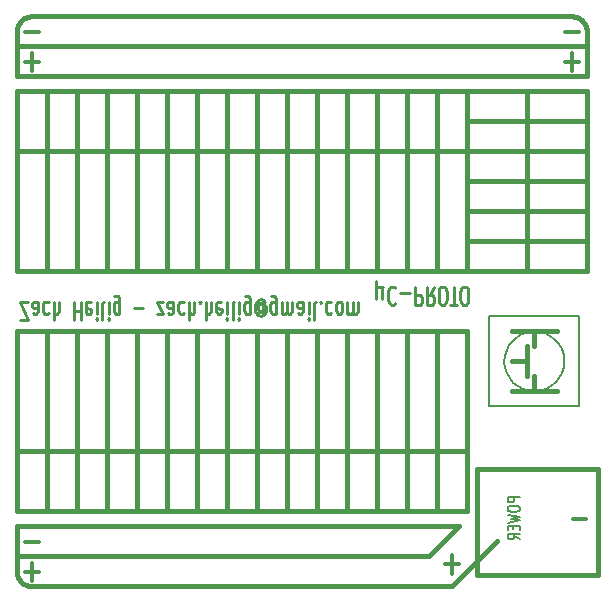
<source format=gbo>
G04 (created by PCBNEW-RS274X (2011-11-27 BZR 3249)-stable) date 1/26/2012 8:48:17 PM*
G01*
G70*
G90*
%MOIN*%
G04 Gerber Fmt 3.4, Leading zero omitted, Abs format*
%FSLAX34Y34*%
G04 APERTURE LIST*
%ADD10C,0.006000*%
%ADD11C,0.015000*%
%ADD12C,0.005000*%
%ADD13C,0.012000*%
%ADD14C,0.010000*%
G04 APERTURE END LIST*
G54D10*
X62762Y-46532D02*
X62362Y-46532D01*
X62362Y-46647D01*
X62381Y-46675D01*
X62400Y-46690D01*
X62438Y-46704D01*
X62495Y-46704D01*
X62533Y-46690D01*
X62552Y-46675D01*
X62571Y-46647D01*
X62571Y-46532D01*
X62362Y-46890D02*
X62362Y-46947D01*
X62381Y-46975D01*
X62419Y-47004D01*
X62495Y-47018D01*
X62629Y-47018D01*
X62705Y-47004D01*
X62743Y-46975D01*
X62762Y-46947D01*
X62762Y-46890D01*
X62743Y-46861D01*
X62705Y-46832D01*
X62629Y-46818D01*
X62495Y-46818D01*
X62419Y-46832D01*
X62381Y-46861D01*
X62362Y-46890D01*
X62362Y-47118D02*
X62762Y-47189D01*
X62476Y-47246D01*
X62762Y-47304D01*
X62362Y-47375D01*
X62552Y-47489D02*
X62552Y-47589D01*
X62762Y-47632D02*
X62762Y-47489D01*
X62362Y-47489D01*
X62362Y-47632D01*
X62762Y-47932D02*
X62571Y-47832D01*
X62762Y-47760D02*
X62362Y-47760D01*
X62362Y-47875D01*
X62381Y-47903D01*
X62400Y-47918D01*
X62438Y-47932D01*
X62495Y-47932D01*
X62533Y-47918D01*
X62552Y-47903D01*
X62571Y-47875D01*
X62571Y-47760D01*
G54D11*
X65000Y-33000D02*
X46000Y-33000D01*
X61000Y-34000D02*
X65000Y-34000D01*
X65000Y-35000D02*
X46000Y-35000D01*
X61000Y-36000D02*
X65000Y-36000D01*
X65000Y-37000D02*
X61000Y-37000D01*
X61000Y-38000D02*
X65000Y-38000D01*
X65000Y-39000D02*
X46000Y-39000D01*
X64000Y-43000D02*
X62500Y-43000D01*
X63250Y-42500D02*
X63250Y-43000D01*
X62500Y-42000D02*
X63000Y-42000D01*
X63000Y-41500D02*
X63000Y-42500D01*
X63250Y-41000D02*
X63250Y-41500D01*
X62500Y-41000D02*
X64000Y-41000D01*
X60500Y-49500D02*
X46500Y-49500D01*
X60500Y-49500D02*
X62000Y-48000D01*
X60750Y-47500D02*
X46000Y-47500D01*
X59750Y-48500D02*
X46000Y-48500D01*
X60750Y-47500D02*
X59750Y-48500D01*
G54D12*
X64250Y-42000D02*
X64230Y-42194D01*
X64174Y-42381D01*
X64082Y-42553D01*
X63959Y-42704D01*
X63809Y-42829D01*
X63637Y-42921D01*
X63451Y-42979D01*
X63256Y-42999D01*
X63063Y-42982D01*
X62876Y-42927D01*
X62703Y-42836D01*
X62551Y-42714D01*
X62425Y-42564D01*
X62331Y-42393D01*
X62272Y-42207D01*
X62251Y-42013D01*
X62267Y-41820D01*
X62321Y-41632D01*
X62410Y-41459D01*
X62531Y-41306D01*
X62680Y-41179D01*
X62850Y-41084D01*
X63036Y-41024D01*
X63230Y-41001D01*
X63423Y-41016D01*
X63611Y-41068D01*
X63785Y-41156D01*
X63939Y-41276D01*
X64067Y-41424D01*
X64163Y-41594D01*
X64225Y-41779D01*
X64249Y-41973D01*
X64250Y-42000D01*
X61750Y-43500D02*
X61750Y-40500D01*
X64750Y-43500D02*
X61750Y-43500D01*
X64750Y-40500D02*
X64750Y-43500D01*
X61750Y-40500D02*
X64750Y-40500D01*
G54D11*
X50000Y-47000D02*
X50000Y-41000D01*
X46000Y-49000D02*
X46002Y-49043D01*
X46008Y-49086D01*
X46018Y-49129D01*
X46031Y-49171D01*
X46047Y-49211D01*
X46067Y-49249D01*
X46091Y-49286D01*
X46117Y-49321D01*
X46147Y-49353D01*
X46179Y-49383D01*
X46214Y-49409D01*
X46251Y-49433D01*
X46289Y-49453D01*
X46329Y-49469D01*
X46371Y-49482D01*
X46414Y-49492D01*
X46457Y-49498D01*
X46500Y-49500D01*
X46500Y-30500D02*
X46457Y-30502D01*
X46414Y-30508D01*
X46371Y-30518D01*
X46329Y-30531D01*
X46289Y-30547D01*
X46251Y-30567D01*
X46214Y-30591D01*
X46179Y-30617D01*
X46147Y-30647D01*
X46117Y-30679D01*
X46091Y-30714D01*
X46067Y-30751D01*
X46047Y-30789D01*
X46031Y-30829D01*
X46018Y-30871D01*
X46008Y-30914D01*
X46002Y-30957D01*
X46000Y-31000D01*
X65000Y-31000D02*
X64998Y-30957D01*
X64992Y-30914D01*
X64982Y-30871D01*
X64969Y-30829D01*
X64953Y-30789D01*
X64933Y-30751D01*
X64909Y-30714D01*
X64883Y-30679D01*
X64853Y-30647D01*
X64821Y-30617D01*
X64786Y-30591D01*
X64750Y-30567D01*
X64711Y-30547D01*
X64671Y-30531D01*
X64629Y-30518D01*
X64586Y-30508D01*
X64543Y-30502D01*
X64500Y-30500D01*
X47000Y-41000D02*
X47000Y-47000D01*
X48000Y-47000D02*
X48000Y-41000D01*
X49000Y-41000D02*
X49000Y-47000D01*
X51000Y-41000D02*
X51000Y-47000D01*
X52000Y-47000D02*
X52000Y-41000D01*
X53000Y-41000D02*
X53000Y-47000D01*
X54000Y-47000D02*
X54000Y-41000D01*
X55000Y-41000D02*
X55000Y-47000D01*
X56000Y-47000D02*
X56000Y-41000D01*
X57000Y-41000D02*
X57000Y-47000D01*
X58000Y-47000D02*
X58000Y-41000D01*
X59000Y-41000D02*
X59000Y-47000D01*
X60000Y-47000D02*
X60000Y-41000D01*
X47000Y-33000D02*
X47000Y-39000D01*
X48000Y-39000D02*
X48000Y-33000D01*
X49000Y-33000D02*
X49000Y-39000D01*
X50000Y-39000D02*
X50000Y-33000D01*
X51000Y-33000D02*
X51000Y-39000D01*
X52000Y-39000D02*
X52000Y-33000D01*
X53000Y-33000D02*
X53000Y-39000D01*
X54000Y-39000D02*
X54000Y-33000D01*
X55000Y-33000D02*
X55000Y-39000D01*
X56000Y-39000D02*
X56000Y-33000D01*
X57000Y-33000D02*
X57000Y-39000D01*
X58000Y-39000D02*
X58000Y-33000D01*
X59000Y-33000D02*
X59000Y-39000D01*
X60000Y-39000D02*
X60000Y-33000D01*
X46000Y-49000D02*
X46000Y-47500D01*
X46000Y-39000D02*
X46000Y-33000D01*
X46000Y-47000D02*
X46000Y-41000D01*
X61000Y-47000D02*
X61000Y-41000D01*
X63000Y-39000D02*
X63000Y-33000D01*
X65000Y-33000D02*
X65000Y-39000D01*
X61000Y-33000D02*
X61000Y-39000D01*
X61000Y-47000D02*
X46000Y-47000D01*
X46000Y-45000D02*
X61000Y-45000D01*
X61000Y-41000D02*
X46000Y-41000D01*
X46000Y-32500D02*
X46000Y-31000D01*
X65000Y-32500D02*
X65000Y-31000D01*
X46500Y-30500D02*
X64500Y-30500D01*
X65000Y-32500D02*
X46000Y-32500D01*
X46000Y-31500D02*
X65000Y-31500D01*
G54D13*
X46728Y-32019D02*
X46271Y-32019D01*
X46500Y-32324D02*
X46500Y-31714D01*
X46728Y-31019D02*
X46271Y-31019D01*
X64728Y-31019D02*
X64271Y-31019D01*
X64728Y-32019D02*
X64271Y-32019D01*
X64500Y-32324D02*
X64500Y-31714D01*
X64522Y-47269D02*
X64979Y-47269D01*
X60728Y-48769D02*
X60271Y-48769D01*
X60500Y-49074D02*
X60500Y-48464D01*
X46728Y-48019D02*
X46271Y-48019D01*
X46728Y-49019D02*
X46271Y-49019D01*
X46500Y-49324D02*
X46500Y-48714D01*
G54D14*
X57967Y-39907D02*
X57967Y-39307D01*
X58158Y-39593D02*
X58177Y-39536D01*
X58215Y-39507D01*
X57967Y-39593D02*
X57986Y-39536D01*
X58024Y-39507D01*
X58101Y-39507D01*
X58139Y-39536D01*
X58158Y-39593D01*
X58158Y-39907D01*
X58615Y-39564D02*
X58596Y-39536D01*
X58539Y-39507D01*
X58501Y-39507D01*
X58443Y-39536D01*
X58405Y-39593D01*
X58386Y-39650D01*
X58367Y-39764D01*
X58367Y-39850D01*
X58386Y-39964D01*
X58405Y-40021D01*
X58443Y-40079D01*
X58501Y-40107D01*
X58539Y-40107D01*
X58596Y-40079D01*
X58615Y-40050D01*
X58786Y-39736D02*
X59091Y-39736D01*
X59281Y-39507D02*
X59281Y-40107D01*
X59434Y-40107D01*
X59472Y-40079D01*
X59491Y-40050D01*
X59510Y-39993D01*
X59510Y-39907D01*
X59491Y-39850D01*
X59472Y-39821D01*
X59434Y-39793D01*
X59281Y-39793D01*
X59910Y-39507D02*
X59776Y-39793D01*
X59681Y-39507D02*
X59681Y-40107D01*
X59834Y-40107D01*
X59872Y-40079D01*
X59891Y-40050D01*
X59910Y-39993D01*
X59910Y-39907D01*
X59891Y-39850D01*
X59872Y-39821D01*
X59834Y-39793D01*
X59681Y-39793D01*
X60157Y-40107D02*
X60234Y-40107D01*
X60272Y-40079D01*
X60310Y-40021D01*
X60329Y-39907D01*
X60329Y-39707D01*
X60310Y-39593D01*
X60272Y-39536D01*
X60234Y-39507D01*
X60157Y-39507D01*
X60119Y-39536D01*
X60081Y-39593D01*
X60062Y-39707D01*
X60062Y-39907D01*
X60081Y-40021D01*
X60119Y-40079D01*
X60157Y-40107D01*
X60443Y-40107D02*
X60672Y-40107D01*
X60557Y-39507D02*
X60557Y-40107D01*
X60881Y-40107D02*
X60958Y-40107D01*
X60996Y-40079D01*
X61034Y-40021D01*
X61053Y-39907D01*
X61053Y-39707D01*
X61034Y-39593D01*
X60996Y-39536D01*
X60958Y-39507D01*
X60881Y-39507D01*
X60843Y-39536D01*
X60805Y-39593D01*
X60786Y-39707D01*
X60786Y-39907D01*
X60805Y-40021D01*
X60843Y-40079D01*
X60881Y-40107D01*
X46103Y-40607D02*
X46370Y-40607D01*
X46103Y-40007D01*
X46370Y-40007D01*
X46694Y-40007D02*
X46694Y-40321D01*
X46675Y-40379D01*
X46637Y-40407D01*
X46560Y-40407D01*
X46522Y-40379D01*
X46694Y-40036D02*
X46656Y-40007D01*
X46560Y-40007D01*
X46522Y-40036D01*
X46503Y-40093D01*
X46503Y-40150D01*
X46522Y-40207D01*
X46560Y-40236D01*
X46656Y-40236D01*
X46694Y-40264D01*
X47056Y-40036D02*
X47018Y-40007D01*
X46941Y-40007D01*
X46903Y-40036D01*
X46884Y-40064D01*
X46865Y-40121D01*
X46865Y-40293D01*
X46884Y-40350D01*
X46903Y-40379D01*
X46941Y-40407D01*
X47018Y-40407D01*
X47056Y-40379D01*
X47227Y-40007D02*
X47227Y-40607D01*
X47399Y-40007D02*
X47399Y-40321D01*
X47380Y-40379D01*
X47342Y-40407D01*
X47284Y-40407D01*
X47246Y-40379D01*
X47227Y-40350D01*
X47894Y-40007D02*
X47894Y-40607D01*
X47894Y-40321D02*
X48123Y-40321D01*
X48123Y-40007D02*
X48123Y-40607D01*
X48466Y-40036D02*
X48428Y-40007D01*
X48351Y-40007D01*
X48313Y-40036D01*
X48294Y-40093D01*
X48294Y-40321D01*
X48313Y-40379D01*
X48351Y-40407D01*
X48428Y-40407D01*
X48466Y-40379D01*
X48485Y-40321D01*
X48485Y-40264D01*
X48294Y-40207D01*
X48656Y-40007D02*
X48656Y-40407D01*
X48656Y-40607D02*
X48637Y-40579D01*
X48656Y-40550D01*
X48675Y-40579D01*
X48656Y-40607D01*
X48656Y-40550D01*
X48903Y-40007D02*
X48865Y-40036D01*
X48846Y-40093D01*
X48846Y-40607D01*
X49056Y-40007D02*
X49056Y-40407D01*
X49056Y-40607D02*
X49037Y-40579D01*
X49056Y-40550D01*
X49075Y-40579D01*
X49056Y-40607D01*
X49056Y-40550D01*
X49418Y-40407D02*
X49418Y-39921D01*
X49399Y-39864D01*
X49380Y-39836D01*
X49341Y-39807D01*
X49284Y-39807D01*
X49246Y-39836D01*
X49418Y-40036D02*
X49380Y-40007D01*
X49303Y-40007D01*
X49265Y-40036D01*
X49246Y-40064D01*
X49227Y-40121D01*
X49227Y-40293D01*
X49246Y-40350D01*
X49265Y-40379D01*
X49303Y-40407D01*
X49380Y-40407D01*
X49418Y-40379D01*
X49913Y-40236D02*
X50218Y-40236D01*
X50675Y-40407D02*
X50885Y-40407D01*
X50675Y-40007D01*
X50885Y-40007D01*
X51209Y-40007D02*
X51209Y-40321D01*
X51190Y-40379D01*
X51152Y-40407D01*
X51075Y-40407D01*
X51037Y-40379D01*
X51209Y-40036D02*
X51171Y-40007D01*
X51075Y-40007D01*
X51037Y-40036D01*
X51018Y-40093D01*
X51018Y-40150D01*
X51037Y-40207D01*
X51075Y-40236D01*
X51171Y-40236D01*
X51209Y-40264D01*
X51571Y-40036D02*
X51533Y-40007D01*
X51456Y-40007D01*
X51418Y-40036D01*
X51399Y-40064D01*
X51380Y-40121D01*
X51380Y-40293D01*
X51399Y-40350D01*
X51418Y-40379D01*
X51456Y-40407D01*
X51533Y-40407D01*
X51571Y-40379D01*
X51742Y-40007D02*
X51742Y-40607D01*
X51914Y-40007D02*
X51914Y-40321D01*
X51895Y-40379D01*
X51857Y-40407D01*
X51799Y-40407D01*
X51761Y-40379D01*
X51742Y-40350D01*
X52104Y-40064D02*
X52123Y-40036D01*
X52104Y-40007D01*
X52085Y-40036D01*
X52104Y-40064D01*
X52104Y-40007D01*
X52294Y-40007D02*
X52294Y-40607D01*
X52466Y-40007D02*
X52466Y-40321D01*
X52447Y-40379D01*
X52409Y-40407D01*
X52351Y-40407D01*
X52313Y-40379D01*
X52294Y-40350D01*
X52809Y-40036D02*
X52771Y-40007D01*
X52694Y-40007D01*
X52656Y-40036D01*
X52637Y-40093D01*
X52637Y-40321D01*
X52656Y-40379D01*
X52694Y-40407D01*
X52771Y-40407D01*
X52809Y-40379D01*
X52828Y-40321D01*
X52828Y-40264D01*
X52637Y-40207D01*
X52999Y-40007D02*
X52999Y-40407D01*
X52999Y-40607D02*
X52980Y-40579D01*
X52999Y-40550D01*
X53018Y-40579D01*
X52999Y-40607D01*
X52999Y-40550D01*
X53246Y-40007D02*
X53208Y-40036D01*
X53189Y-40093D01*
X53189Y-40607D01*
X53399Y-40007D02*
X53399Y-40407D01*
X53399Y-40607D02*
X53380Y-40579D01*
X53399Y-40550D01*
X53418Y-40579D01*
X53399Y-40607D01*
X53399Y-40550D01*
X53761Y-40407D02*
X53761Y-39921D01*
X53742Y-39864D01*
X53723Y-39836D01*
X53684Y-39807D01*
X53627Y-39807D01*
X53589Y-39836D01*
X53761Y-40036D02*
X53723Y-40007D01*
X53646Y-40007D01*
X53608Y-40036D01*
X53589Y-40064D01*
X53570Y-40121D01*
X53570Y-40293D01*
X53589Y-40350D01*
X53608Y-40379D01*
X53646Y-40407D01*
X53723Y-40407D01*
X53761Y-40379D01*
X54199Y-40293D02*
X54180Y-40321D01*
X54142Y-40350D01*
X54104Y-40350D01*
X54066Y-40321D01*
X54046Y-40293D01*
X54027Y-40236D01*
X54027Y-40179D01*
X54046Y-40121D01*
X54066Y-40093D01*
X54104Y-40064D01*
X54142Y-40064D01*
X54180Y-40093D01*
X54199Y-40121D01*
X54199Y-40350D02*
X54199Y-40121D01*
X54218Y-40093D01*
X54237Y-40093D01*
X54275Y-40121D01*
X54294Y-40179D01*
X54294Y-40321D01*
X54256Y-40407D01*
X54199Y-40464D01*
X54123Y-40493D01*
X54046Y-40464D01*
X53989Y-40407D01*
X53951Y-40321D01*
X53932Y-40207D01*
X53951Y-40093D01*
X53989Y-40007D01*
X54046Y-39950D01*
X54123Y-39921D01*
X54199Y-39950D01*
X54256Y-40007D01*
X54637Y-40407D02*
X54637Y-39921D01*
X54618Y-39864D01*
X54599Y-39836D01*
X54560Y-39807D01*
X54503Y-39807D01*
X54465Y-39836D01*
X54637Y-40036D02*
X54599Y-40007D01*
X54522Y-40007D01*
X54484Y-40036D01*
X54465Y-40064D01*
X54446Y-40121D01*
X54446Y-40293D01*
X54465Y-40350D01*
X54484Y-40379D01*
X54522Y-40407D01*
X54599Y-40407D01*
X54637Y-40379D01*
X54827Y-40007D02*
X54827Y-40407D01*
X54827Y-40350D02*
X54846Y-40379D01*
X54884Y-40407D01*
X54942Y-40407D01*
X54980Y-40379D01*
X54999Y-40321D01*
X54999Y-40007D01*
X54999Y-40321D02*
X55018Y-40379D01*
X55056Y-40407D01*
X55113Y-40407D01*
X55151Y-40379D01*
X55170Y-40321D01*
X55170Y-40007D01*
X55532Y-40007D02*
X55532Y-40321D01*
X55513Y-40379D01*
X55475Y-40407D01*
X55398Y-40407D01*
X55360Y-40379D01*
X55532Y-40036D02*
X55494Y-40007D01*
X55398Y-40007D01*
X55360Y-40036D01*
X55341Y-40093D01*
X55341Y-40150D01*
X55360Y-40207D01*
X55398Y-40236D01*
X55494Y-40236D01*
X55532Y-40264D01*
X55722Y-40007D02*
X55722Y-40407D01*
X55722Y-40607D02*
X55703Y-40579D01*
X55722Y-40550D01*
X55741Y-40579D01*
X55722Y-40607D01*
X55722Y-40550D01*
X55969Y-40007D02*
X55931Y-40036D01*
X55912Y-40093D01*
X55912Y-40607D01*
X56122Y-40064D02*
X56141Y-40036D01*
X56122Y-40007D01*
X56103Y-40036D01*
X56122Y-40064D01*
X56122Y-40007D01*
X56484Y-40036D02*
X56446Y-40007D01*
X56369Y-40007D01*
X56331Y-40036D01*
X56312Y-40064D01*
X56293Y-40121D01*
X56293Y-40293D01*
X56312Y-40350D01*
X56331Y-40379D01*
X56369Y-40407D01*
X56446Y-40407D01*
X56484Y-40379D01*
X56712Y-40007D02*
X56674Y-40036D01*
X56655Y-40064D01*
X56636Y-40121D01*
X56636Y-40293D01*
X56655Y-40350D01*
X56674Y-40379D01*
X56712Y-40407D01*
X56770Y-40407D01*
X56808Y-40379D01*
X56827Y-40350D01*
X56846Y-40293D01*
X56846Y-40121D01*
X56827Y-40064D01*
X56808Y-40036D01*
X56770Y-40007D01*
X56712Y-40007D01*
X57017Y-40007D02*
X57017Y-40407D01*
X57017Y-40350D02*
X57036Y-40379D01*
X57074Y-40407D01*
X57132Y-40407D01*
X57170Y-40379D01*
X57189Y-40321D01*
X57189Y-40007D01*
X57189Y-40321D02*
X57208Y-40379D01*
X57246Y-40407D01*
X57303Y-40407D01*
X57341Y-40379D01*
X57360Y-40321D01*
X57360Y-40007D01*
G54D11*
X61338Y-45582D02*
X65354Y-45582D01*
X65354Y-49125D02*
X61338Y-49125D01*
X65354Y-49125D02*
X65354Y-45582D01*
X61338Y-45582D02*
X61338Y-49125D01*
M02*

</source>
